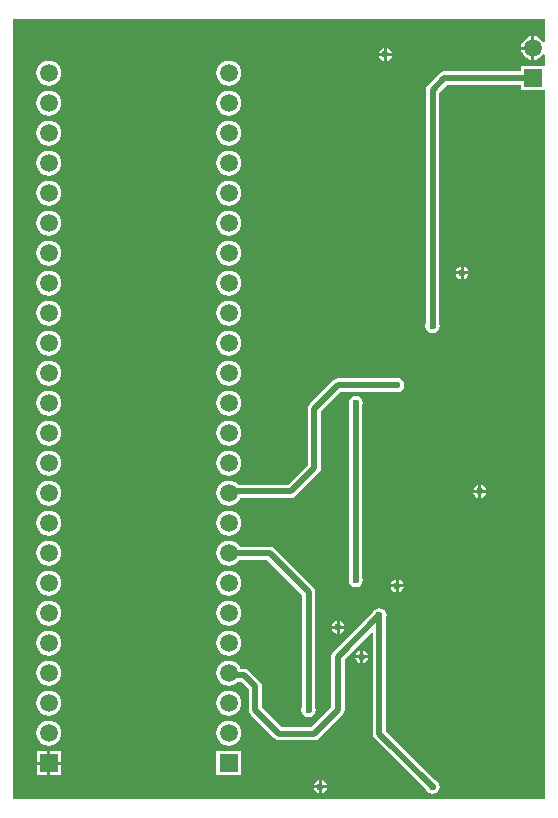
<source format=gbl>
G04*
G04 #@! TF.GenerationSoftware,Altium Limited,Altium Designer,20.0.12 (288)*
G04*
G04 Layer_Physical_Order=2*
G04 Layer_Color=16711680*
%FSLAX44Y44*%
%MOMM*%
G71*
G01*
G75*
%ADD35C,0.5000*%
%ADD36R,1.5000X1.5000*%
%ADD37C,1.5000*%
%ADD38C,0.6000*%
G36*
X470000Y660917D02*
X468857Y660504D01*
X468730Y660515D01*
X467161Y662561D01*
X465063Y664170D01*
X462621Y665182D01*
X461270Y665359D01*
Y655400D01*
Y645441D01*
X462621Y645618D01*
X465063Y646630D01*
X467161Y648239D01*
X468730Y650285D01*
X468857Y650296D01*
X470000Y649883D01*
Y640500D01*
X449500D01*
Y635608D01*
X385000D01*
X382854Y635181D01*
X381035Y633965D01*
X371035Y623965D01*
X369819Y622146D01*
X369392Y620000D01*
Y422407D01*
X369348Y422341D01*
X368882Y420000D01*
X369348Y417659D01*
X370674Y415674D01*
X372659Y414348D01*
X375000Y413882D01*
X377341Y414348D01*
X379326Y415674D01*
X380652Y417659D01*
X381118Y420000D01*
X380652Y422341D01*
X380608Y422407D01*
Y617677D01*
X387323Y624392D01*
X449500D01*
Y619500D01*
X470000D01*
Y20000D01*
X20000D01*
Y680000D01*
X470000D01*
Y660917D01*
D02*
G37*
%LPC*%
G36*
X458730Y665359D02*
X457379Y665182D01*
X454937Y664170D01*
X452839Y662561D01*
X451230Y660463D01*
X450218Y658021D01*
X450041Y656670D01*
X458730D01*
Y665359D01*
D02*
G37*
G36*
X336270Y655396D02*
Y651270D01*
X340396D01*
X340219Y652162D01*
X338994Y653994D01*
X337162Y655219D01*
X336270Y655396D01*
D02*
G37*
G36*
X333730D02*
X332838Y655219D01*
X331006Y653994D01*
X329781Y652162D01*
X329604Y651270D01*
X333730D01*
Y655396D01*
D02*
G37*
G36*
X458730Y654130D02*
X450041D01*
X450218Y652779D01*
X451230Y650337D01*
X452839Y648239D01*
X454937Y646630D01*
X457379Y645618D01*
X458730Y645441D01*
Y654130D01*
D02*
G37*
G36*
X340396Y648730D02*
X336270D01*
Y644604D01*
X337162Y644781D01*
X338994Y646006D01*
X340219Y647838D01*
X340396Y648730D01*
D02*
G37*
G36*
X333730D02*
X329604D01*
X329781Y647838D01*
X331006Y646006D01*
X332838Y644781D01*
X333730Y644604D01*
Y648730D01*
D02*
G37*
G36*
X202400Y644791D02*
X199659Y644430D01*
X197105Y643372D01*
X194911Y641689D01*
X193228Y639495D01*
X192170Y636941D01*
X191809Y634200D01*
X192170Y631459D01*
X193228Y628905D01*
X194911Y626711D01*
X197105Y625028D01*
X199659Y623970D01*
X202400Y623609D01*
X205141Y623970D01*
X207695Y625028D01*
X209889Y626711D01*
X211572Y628905D01*
X212630Y631459D01*
X212991Y634200D01*
X212630Y636941D01*
X211572Y639495D01*
X209889Y641689D01*
X207695Y643372D01*
X205141Y644430D01*
X202400Y644791D01*
D02*
G37*
G36*
X50000D02*
X47259Y644430D01*
X44705Y643372D01*
X42511Y641689D01*
X40828Y639495D01*
X39770Y636941D01*
X39409Y634200D01*
X39770Y631459D01*
X40828Y628905D01*
X42511Y626711D01*
X44705Y625028D01*
X47259Y623970D01*
X50000Y623609D01*
X52741Y623970D01*
X55295Y625028D01*
X57489Y626711D01*
X59172Y628905D01*
X60230Y631459D01*
X60591Y634200D01*
X60230Y636941D01*
X59172Y639495D01*
X57489Y641689D01*
X55295Y643372D01*
X52741Y644430D01*
X50000Y644791D01*
D02*
G37*
G36*
X202400Y619391D02*
X199659Y619030D01*
X197105Y617972D01*
X194911Y616289D01*
X193228Y614095D01*
X192170Y611541D01*
X191809Y608800D01*
X192170Y606059D01*
X193228Y603505D01*
X194911Y601311D01*
X197105Y599628D01*
X199659Y598570D01*
X202400Y598209D01*
X205141Y598570D01*
X207695Y599628D01*
X209889Y601311D01*
X211572Y603505D01*
X212630Y606059D01*
X212991Y608800D01*
X212630Y611541D01*
X211572Y614095D01*
X209889Y616289D01*
X207695Y617972D01*
X205141Y619030D01*
X202400Y619391D01*
D02*
G37*
G36*
X50000D02*
X47259Y619030D01*
X44705Y617972D01*
X42511Y616289D01*
X40828Y614095D01*
X39770Y611541D01*
X39409Y608800D01*
X39770Y606059D01*
X40828Y603505D01*
X42511Y601311D01*
X44705Y599628D01*
X47259Y598570D01*
X50000Y598209D01*
X52741Y598570D01*
X55295Y599628D01*
X57489Y601311D01*
X59172Y603505D01*
X60230Y606059D01*
X60591Y608800D01*
X60230Y611541D01*
X59172Y614095D01*
X57489Y616289D01*
X55295Y617972D01*
X52741Y619030D01*
X50000Y619391D01*
D02*
G37*
G36*
X202400Y593991D02*
X199659Y593630D01*
X197105Y592572D01*
X194911Y590889D01*
X193228Y588695D01*
X192170Y586141D01*
X191809Y583400D01*
X192170Y580659D01*
X193228Y578105D01*
X194911Y575911D01*
X197105Y574228D01*
X199659Y573170D01*
X202400Y572809D01*
X205141Y573170D01*
X207695Y574228D01*
X209889Y575911D01*
X211572Y578105D01*
X212630Y580659D01*
X212991Y583400D01*
X212630Y586141D01*
X211572Y588695D01*
X209889Y590889D01*
X207695Y592572D01*
X205141Y593630D01*
X202400Y593991D01*
D02*
G37*
G36*
X50000D02*
X47259Y593630D01*
X44705Y592572D01*
X42511Y590889D01*
X40828Y588695D01*
X39770Y586141D01*
X39409Y583400D01*
X39770Y580659D01*
X40828Y578105D01*
X42511Y575911D01*
X44705Y574228D01*
X47259Y573170D01*
X50000Y572809D01*
X52741Y573170D01*
X55295Y574228D01*
X57489Y575911D01*
X59172Y578105D01*
X60230Y580659D01*
X60591Y583400D01*
X60230Y586141D01*
X59172Y588695D01*
X57489Y590889D01*
X55295Y592572D01*
X52741Y593630D01*
X50000Y593991D01*
D02*
G37*
G36*
X202400Y568591D02*
X199659Y568230D01*
X197105Y567172D01*
X194911Y565489D01*
X193228Y563295D01*
X192170Y560741D01*
X191809Y558000D01*
X192170Y555259D01*
X193228Y552705D01*
X194911Y550511D01*
X197105Y548828D01*
X199659Y547770D01*
X202400Y547409D01*
X205141Y547770D01*
X207695Y548828D01*
X209889Y550511D01*
X211572Y552705D01*
X212630Y555259D01*
X212991Y558000D01*
X212630Y560741D01*
X211572Y563295D01*
X209889Y565489D01*
X207695Y567172D01*
X205141Y568230D01*
X202400Y568591D01*
D02*
G37*
G36*
X50000D02*
X47259Y568230D01*
X44705Y567172D01*
X42511Y565489D01*
X40828Y563295D01*
X39770Y560741D01*
X39409Y558000D01*
X39770Y555259D01*
X40828Y552705D01*
X42511Y550511D01*
X44705Y548828D01*
X47259Y547770D01*
X50000Y547409D01*
X52741Y547770D01*
X55295Y548828D01*
X57489Y550511D01*
X59172Y552705D01*
X60230Y555259D01*
X60591Y558000D01*
X60230Y560741D01*
X59172Y563295D01*
X57489Y565489D01*
X55295Y567172D01*
X52741Y568230D01*
X50000Y568591D01*
D02*
G37*
G36*
X202400Y543191D02*
X199659Y542830D01*
X197105Y541772D01*
X194911Y540089D01*
X193228Y537895D01*
X192170Y535341D01*
X191809Y532600D01*
X192170Y529859D01*
X193228Y527305D01*
X194911Y525111D01*
X197105Y523428D01*
X199659Y522370D01*
X202400Y522009D01*
X205141Y522370D01*
X207695Y523428D01*
X209889Y525111D01*
X211572Y527305D01*
X212630Y529859D01*
X212991Y532600D01*
X212630Y535341D01*
X211572Y537895D01*
X209889Y540089D01*
X207695Y541772D01*
X205141Y542830D01*
X202400Y543191D01*
D02*
G37*
G36*
X50000D02*
X47259Y542830D01*
X44705Y541772D01*
X42511Y540089D01*
X40828Y537895D01*
X39770Y535341D01*
X39409Y532600D01*
X39770Y529859D01*
X40828Y527305D01*
X42511Y525111D01*
X44705Y523428D01*
X47259Y522370D01*
X50000Y522009D01*
X52741Y522370D01*
X55295Y523428D01*
X57489Y525111D01*
X59172Y527305D01*
X60230Y529859D01*
X60591Y532600D01*
X60230Y535341D01*
X59172Y537895D01*
X57489Y540089D01*
X55295Y541772D01*
X52741Y542830D01*
X50000Y543191D01*
D02*
G37*
G36*
X202400Y517791D02*
X199659Y517430D01*
X197105Y516372D01*
X194911Y514689D01*
X193228Y512495D01*
X192170Y509941D01*
X191809Y507200D01*
X192170Y504459D01*
X193228Y501905D01*
X194911Y499711D01*
X197105Y498028D01*
X199659Y496970D01*
X202400Y496609D01*
X205141Y496970D01*
X207695Y498028D01*
X209889Y499711D01*
X211572Y501905D01*
X212630Y504459D01*
X212991Y507200D01*
X212630Y509941D01*
X211572Y512495D01*
X209889Y514689D01*
X207695Y516372D01*
X205141Y517430D01*
X202400Y517791D01*
D02*
G37*
G36*
X50000D02*
X47259Y517430D01*
X44705Y516372D01*
X42511Y514689D01*
X40828Y512495D01*
X39770Y509941D01*
X39409Y507200D01*
X39770Y504459D01*
X40828Y501905D01*
X42511Y499711D01*
X44705Y498028D01*
X47259Y496970D01*
X50000Y496609D01*
X52741Y496970D01*
X55295Y498028D01*
X57489Y499711D01*
X59172Y501905D01*
X60230Y504459D01*
X60591Y507200D01*
X60230Y509941D01*
X59172Y512495D01*
X57489Y514689D01*
X55295Y516372D01*
X52741Y517430D01*
X50000Y517791D01*
D02*
G37*
G36*
X202400Y492391D02*
X199659Y492030D01*
X197105Y490972D01*
X194911Y489289D01*
X193228Y487095D01*
X192170Y484541D01*
X191809Y481800D01*
X192170Y479059D01*
X193228Y476505D01*
X194911Y474311D01*
X197105Y472628D01*
X199659Y471570D01*
X202400Y471209D01*
X205141Y471570D01*
X207695Y472628D01*
X209889Y474311D01*
X211572Y476505D01*
X212630Y479059D01*
X212991Y481800D01*
X212630Y484541D01*
X211572Y487095D01*
X209889Y489289D01*
X207695Y490972D01*
X205141Y492030D01*
X202400Y492391D01*
D02*
G37*
G36*
X50000D02*
X47259Y492030D01*
X44705Y490972D01*
X42511Y489289D01*
X40828Y487095D01*
X39770Y484541D01*
X39409Y481800D01*
X39770Y479059D01*
X40828Y476505D01*
X42511Y474311D01*
X44705Y472628D01*
X47259Y471570D01*
X50000Y471209D01*
X52741Y471570D01*
X55295Y472628D01*
X57489Y474311D01*
X59172Y476505D01*
X60230Y479059D01*
X60591Y481800D01*
X60230Y484541D01*
X59172Y487095D01*
X57489Y489289D01*
X55295Y490972D01*
X52741Y492030D01*
X50000Y492391D01*
D02*
G37*
G36*
X401270Y470396D02*
Y466270D01*
X405396D01*
X405219Y467162D01*
X403994Y468994D01*
X402162Y470219D01*
X401270Y470396D01*
D02*
G37*
G36*
X398730D02*
X397838Y470219D01*
X396006Y468994D01*
X394781Y467162D01*
X394604Y466270D01*
X398730D01*
Y470396D01*
D02*
G37*
G36*
X405396Y463730D02*
X401270D01*
Y459604D01*
X402162Y459781D01*
X403994Y461006D01*
X405219Y462838D01*
X405396Y463730D01*
D02*
G37*
G36*
X398730D02*
X394604D01*
X394781Y462838D01*
X396006Y461006D01*
X397838Y459781D01*
X398730Y459604D01*
Y463730D01*
D02*
G37*
G36*
X202400Y466991D02*
X199659Y466630D01*
X197105Y465572D01*
X194911Y463889D01*
X193228Y461695D01*
X192170Y459141D01*
X191809Y456400D01*
X192170Y453659D01*
X193228Y451105D01*
X194911Y448911D01*
X197105Y447228D01*
X199659Y446170D01*
X202400Y445809D01*
X205141Y446170D01*
X207695Y447228D01*
X209889Y448911D01*
X211572Y451105D01*
X212630Y453659D01*
X212991Y456400D01*
X212630Y459141D01*
X211572Y461695D01*
X209889Y463889D01*
X207695Y465572D01*
X205141Y466630D01*
X202400Y466991D01*
D02*
G37*
G36*
X50000D02*
X47259Y466630D01*
X44705Y465572D01*
X42511Y463889D01*
X40828Y461695D01*
X39770Y459141D01*
X39409Y456400D01*
X39770Y453659D01*
X40828Y451105D01*
X42511Y448911D01*
X44705Y447228D01*
X47259Y446170D01*
X50000Y445809D01*
X52741Y446170D01*
X55295Y447228D01*
X57489Y448911D01*
X59172Y451105D01*
X60230Y453659D01*
X60591Y456400D01*
X60230Y459141D01*
X59172Y461695D01*
X57489Y463889D01*
X55295Y465572D01*
X52741Y466630D01*
X50000Y466991D01*
D02*
G37*
G36*
X202400Y441591D02*
X199659Y441230D01*
X197105Y440172D01*
X194911Y438489D01*
X193228Y436295D01*
X192170Y433741D01*
X191809Y431000D01*
X192170Y428259D01*
X193228Y425705D01*
X194911Y423511D01*
X197105Y421828D01*
X199659Y420770D01*
X202400Y420409D01*
X205141Y420770D01*
X207695Y421828D01*
X209889Y423511D01*
X211572Y425705D01*
X212630Y428259D01*
X212991Y431000D01*
X212630Y433741D01*
X211572Y436295D01*
X209889Y438489D01*
X207695Y440172D01*
X205141Y441230D01*
X202400Y441591D01*
D02*
G37*
G36*
X50000D02*
X47259Y441230D01*
X44705Y440172D01*
X42511Y438489D01*
X40828Y436295D01*
X39770Y433741D01*
X39409Y431000D01*
X39770Y428259D01*
X40828Y425705D01*
X42511Y423511D01*
X44705Y421828D01*
X47259Y420770D01*
X50000Y420409D01*
X52741Y420770D01*
X55295Y421828D01*
X57489Y423511D01*
X59172Y425705D01*
X60230Y428259D01*
X60591Y431000D01*
X60230Y433741D01*
X59172Y436295D01*
X57489Y438489D01*
X55295Y440172D01*
X52741Y441230D01*
X50000Y441591D01*
D02*
G37*
G36*
X202400Y416191D02*
X199659Y415830D01*
X197105Y414772D01*
X194911Y413089D01*
X193228Y410895D01*
X192170Y408341D01*
X191809Y405600D01*
X192170Y402859D01*
X193228Y400305D01*
X194911Y398111D01*
X197105Y396428D01*
X199659Y395370D01*
X202400Y395009D01*
X205141Y395370D01*
X207695Y396428D01*
X209889Y398111D01*
X211572Y400305D01*
X212630Y402859D01*
X212991Y405600D01*
X212630Y408341D01*
X211572Y410895D01*
X209889Y413089D01*
X207695Y414772D01*
X205141Y415830D01*
X202400Y416191D01*
D02*
G37*
G36*
X50000D02*
X47259Y415830D01*
X44705Y414772D01*
X42511Y413089D01*
X40828Y410895D01*
X39770Y408341D01*
X39409Y405600D01*
X39770Y402859D01*
X40828Y400305D01*
X42511Y398111D01*
X44705Y396428D01*
X47259Y395370D01*
X50000Y395009D01*
X52741Y395370D01*
X55295Y396428D01*
X57489Y398111D01*
X59172Y400305D01*
X60230Y402859D01*
X60591Y405600D01*
X60230Y408341D01*
X59172Y410895D01*
X57489Y413089D01*
X55295Y414772D01*
X52741Y415830D01*
X50000Y416191D01*
D02*
G37*
G36*
X202400Y390791D02*
X199659Y390430D01*
X197105Y389372D01*
X194911Y387689D01*
X193228Y385495D01*
X192170Y382941D01*
X191809Y380200D01*
X192170Y377459D01*
X193228Y374905D01*
X194911Y372711D01*
X197105Y371028D01*
X199659Y369970D01*
X202400Y369609D01*
X205141Y369970D01*
X207695Y371028D01*
X209889Y372711D01*
X211572Y374905D01*
X212630Y377459D01*
X212991Y380200D01*
X212630Y382941D01*
X211572Y385495D01*
X209889Y387689D01*
X207695Y389372D01*
X205141Y390430D01*
X202400Y390791D01*
D02*
G37*
G36*
X50000D02*
X47259Y390430D01*
X44705Y389372D01*
X42511Y387689D01*
X40828Y385495D01*
X39770Y382941D01*
X39409Y380200D01*
X39770Y377459D01*
X40828Y374905D01*
X42511Y372711D01*
X44705Y371028D01*
X47259Y369970D01*
X50000Y369609D01*
X52741Y369970D01*
X55295Y371028D01*
X57489Y372711D01*
X59172Y374905D01*
X60230Y377459D01*
X60591Y380200D01*
X60230Y382941D01*
X59172Y385495D01*
X57489Y387689D01*
X55295Y389372D01*
X52741Y390430D01*
X50000Y390791D01*
D02*
G37*
G36*
X345000Y376118D02*
X342659Y375652D01*
X342593Y375608D01*
X295000D01*
X292854Y375181D01*
X291035Y373965D01*
X271035Y353965D01*
X269819Y352146D01*
X269392Y350000D01*
Y302323D01*
X252677Y285608D01*
X210258D01*
X209889Y286089D01*
X207695Y287772D01*
X205141Y288830D01*
X202400Y289191D01*
X199659Y288830D01*
X197105Y287772D01*
X194911Y286089D01*
X193228Y283895D01*
X192170Y281341D01*
X191809Y278600D01*
X192170Y275859D01*
X193228Y273305D01*
X194911Y271111D01*
X197105Y269428D01*
X199659Y268370D01*
X202400Y268009D01*
X205141Y268370D01*
X207695Y269428D01*
X209889Y271111D01*
X211572Y273305D01*
X212022Y274392D01*
X255000D01*
X257146Y274819D01*
X258965Y276035D01*
X278965Y296035D01*
X280181Y297854D01*
X280608Y300000D01*
Y347677D01*
X297323Y364392D01*
X342593D01*
X342659Y364348D01*
X345000Y363882D01*
X347341Y364348D01*
X349326Y365674D01*
X350652Y367659D01*
X351118Y370000D01*
X350652Y372341D01*
X349326Y374326D01*
X347341Y375652D01*
X345000Y376118D01*
D02*
G37*
G36*
X202400Y365391D02*
X199659Y365030D01*
X197105Y363972D01*
X194911Y362289D01*
X193228Y360095D01*
X192170Y357541D01*
X191809Y354800D01*
X192170Y352059D01*
X193228Y349505D01*
X194911Y347311D01*
X197105Y345628D01*
X199659Y344570D01*
X202400Y344209D01*
X205141Y344570D01*
X207695Y345628D01*
X209889Y347311D01*
X211572Y349505D01*
X212630Y352059D01*
X212991Y354800D01*
X212630Y357541D01*
X211572Y360095D01*
X209889Y362289D01*
X207695Y363972D01*
X205141Y365030D01*
X202400Y365391D01*
D02*
G37*
G36*
X50000D02*
X47259Y365030D01*
X44705Y363972D01*
X42511Y362289D01*
X40828Y360095D01*
X39770Y357541D01*
X39409Y354800D01*
X39770Y352059D01*
X40828Y349505D01*
X42511Y347311D01*
X44705Y345628D01*
X47259Y344570D01*
X50000Y344209D01*
X52741Y344570D01*
X55295Y345628D01*
X57489Y347311D01*
X59172Y349505D01*
X60230Y352059D01*
X60591Y354800D01*
X60230Y357541D01*
X59172Y360095D01*
X57489Y362289D01*
X55295Y363972D01*
X52741Y365030D01*
X50000Y365391D01*
D02*
G37*
G36*
X202400Y339991D02*
X199659Y339630D01*
X197105Y338572D01*
X194911Y336889D01*
X193228Y334695D01*
X192170Y332141D01*
X191809Y329400D01*
X192170Y326659D01*
X193228Y324105D01*
X194911Y321911D01*
X197105Y320228D01*
X199659Y319170D01*
X202400Y318809D01*
X205141Y319170D01*
X207695Y320228D01*
X209889Y321911D01*
X211572Y324105D01*
X212630Y326659D01*
X212991Y329400D01*
X212630Y332141D01*
X211572Y334695D01*
X209889Y336889D01*
X207695Y338572D01*
X205141Y339630D01*
X202400Y339991D01*
D02*
G37*
G36*
X50000D02*
X47259Y339630D01*
X44705Y338572D01*
X42511Y336889D01*
X40828Y334695D01*
X39770Y332141D01*
X39409Y329400D01*
X39770Y326659D01*
X40828Y324105D01*
X42511Y321911D01*
X44705Y320228D01*
X47259Y319170D01*
X50000Y318809D01*
X52741Y319170D01*
X55295Y320228D01*
X57489Y321911D01*
X59172Y324105D01*
X60230Y326659D01*
X60591Y329400D01*
X60230Y332141D01*
X59172Y334695D01*
X57489Y336889D01*
X55295Y338572D01*
X52741Y339630D01*
X50000Y339991D01*
D02*
G37*
G36*
X202400Y314591D02*
X199659Y314230D01*
X197105Y313172D01*
X194911Y311489D01*
X193228Y309295D01*
X192170Y306741D01*
X191809Y304000D01*
X192170Y301259D01*
X193228Y298705D01*
X194911Y296511D01*
X197105Y294828D01*
X199659Y293770D01*
X202400Y293409D01*
X205141Y293770D01*
X207695Y294828D01*
X209889Y296511D01*
X211572Y298705D01*
X212630Y301259D01*
X212991Y304000D01*
X212630Y306741D01*
X211572Y309295D01*
X209889Y311489D01*
X207695Y313172D01*
X205141Y314230D01*
X202400Y314591D01*
D02*
G37*
G36*
X50000D02*
X47259Y314230D01*
X44705Y313172D01*
X42511Y311489D01*
X40828Y309295D01*
X39770Y306741D01*
X39409Y304000D01*
X39770Y301259D01*
X40828Y298705D01*
X42511Y296511D01*
X44705Y294828D01*
X47259Y293770D01*
X50000Y293409D01*
X52741Y293770D01*
X55295Y294828D01*
X57489Y296511D01*
X59172Y298705D01*
X60230Y301259D01*
X60591Y304000D01*
X60230Y306741D01*
X59172Y309295D01*
X57489Y311489D01*
X55295Y313172D01*
X52741Y314230D01*
X50000Y314591D01*
D02*
G37*
G36*
X416270Y285396D02*
Y281270D01*
X420396D01*
X420219Y282162D01*
X418994Y283994D01*
X417162Y285219D01*
X416270Y285396D01*
D02*
G37*
G36*
X413730D02*
X412838Y285219D01*
X411006Y283994D01*
X409781Y282162D01*
X409604Y281270D01*
X413730D01*
Y285396D01*
D02*
G37*
G36*
X420396Y278730D02*
X416270D01*
Y274604D01*
X417162Y274781D01*
X418994Y276006D01*
X420219Y277838D01*
X420396Y278730D01*
D02*
G37*
G36*
X413730D02*
X409604D01*
X409781Y277838D01*
X411006Y276006D01*
X412838Y274781D01*
X413730Y274604D01*
Y278730D01*
D02*
G37*
G36*
X50000Y289191D02*
X47259Y288830D01*
X44705Y287772D01*
X42511Y286089D01*
X40828Y283895D01*
X39770Y281341D01*
X39409Y278600D01*
X39770Y275859D01*
X40828Y273305D01*
X42511Y271111D01*
X44705Y269428D01*
X47259Y268370D01*
X50000Y268009D01*
X52741Y268370D01*
X55295Y269428D01*
X57489Y271111D01*
X59172Y273305D01*
X60230Y275859D01*
X60591Y278600D01*
X60230Y281341D01*
X59172Y283895D01*
X57489Y286089D01*
X55295Y287772D01*
X52741Y288830D01*
X50000Y289191D01*
D02*
G37*
G36*
X202400Y263791D02*
X199659Y263430D01*
X197105Y262372D01*
X194911Y260689D01*
X193228Y258495D01*
X192170Y255941D01*
X191809Y253200D01*
X192170Y250459D01*
X193228Y247905D01*
X194911Y245711D01*
X197105Y244028D01*
X199659Y242970D01*
X202400Y242609D01*
X205141Y242970D01*
X207695Y244028D01*
X209889Y245711D01*
X211572Y247905D01*
X212630Y250459D01*
X212991Y253200D01*
X212630Y255941D01*
X211572Y258495D01*
X209889Y260689D01*
X207695Y262372D01*
X205141Y263430D01*
X202400Y263791D01*
D02*
G37*
G36*
X50000D02*
X47259Y263430D01*
X44705Y262372D01*
X42511Y260689D01*
X40828Y258495D01*
X39770Y255941D01*
X39409Y253200D01*
X39770Y250459D01*
X40828Y247905D01*
X42511Y245711D01*
X44705Y244028D01*
X47259Y242970D01*
X50000Y242609D01*
X52741Y242970D01*
X55295Y244028D01*
X57489Y245711D01*
X59172Y247905D01*
X60230Y250459D01*
X60591Y253200D01*
X60230Y255941D01*
X59172Y258495D01*
X57489Y260689D01*
X55295Y262372D01*
X52741Y263430D01*
X50000Y263791D01*
D02*
G37*
G36*
Y238391D02*
X47259Y238030D01*
X44705Y236972D01*
X42511Y235289D01*
X40828Y233095D01*
X39770Y230541D01*
X39409Y227800D01*
X39770Y225059D01*
X40828Y222505D01*
X42511Y220311D01*
X44705Y218628D01*
X47259Y217570D01*
X50000Y217209D01*
X52741Y217570D01*
X55295Y218628D01*
X57489Y220311D01*
X59172Y222505D01*
X60230Y225059D01*
X60591Y227800D01*
X60230Y230541D01*
X59172Y233095D01*
X57489Y235289D01*
X55295Y236972D01*
X52741Y238030D01*
X50000Y238391D01*
D02*
G37*
G36*
X346270Y205396D02*
Y201270D01*
X350396D01*
X350219Y202162D01*
X348994Y203994D01*
X347162Y205219D01*
X346270Y205396D01*
D02*
G37*
G36*
X343730D02*
X342838Y205219D01*
X341006Y203994D01*
X339781Y202162D01*
X339604Y201270D01*
X343730D01*
Y205396D01*
D02*
G37*
G36*
X310000Y361118D02*
X307659Y360652D01*
X305674Y359326D01*
X304348Y357341D01*
X303883Y355000D01*
X304348Y352659D01*
X304392Y352593D01*
Y207407D01*
X304348Y207341D01*
X303883Y205000D01*
X304348Y202659D01*
X305674Y200674D01*
X307659Y199348D01*
X310000Y198883D01*
X312341Y199348D01*
X314326Y200674D01*
X315652Y202659D01*
X316117Y205000D01*
X315652Y207341D01*
X315608Y207407D01*
Y352593D01*
X315652Y352659D01*
X316117Y355000D01*
X315652Y357341D01*
X314326Y359326D01*
X312341Y360652D01*
X310000Y361118D01*
D02*
G37*
G36*
X350396Y198730D02*
X346270D01*
Y194604D01*
X347162Y194781D01*
X348994Y196006D01*
X350219Y197838D01*
X350396Y198730D01*
D02*
G37*
G36*
X343730D02*
X339604D01*
X339781Y197838D01*
X341006Y196006D01*
X342838Y194781D01*
X343730Y194604D01*
Y198730D01*
D02*
G37*
G36*
X202400Y212991D02*
X199659Y212630D01*
X197105Y211572D01*
X194911Y209889D01*
X193228Y207695D01*
X192170Y205141D01*
X191809Y202400D01*
X192170Y199659D01*
X193228Y197105D01*
X194911Y194911D01*
X197105Y193228D01*
X199659Y192170D01*
X202400Y191809D01*
X205141Y192170D01*
X207695Y193228D01*
X209889Y194911D01*
X211572Y197105D01*
X212630Y199659D01*
X212991Y202400D01*
X212630Y205141D01*
X211572Y207695D01*
X209889Y209889D01*
X207695Y211572D01*
X205141Y212630D01*
X202400Y212991D01*
D02*
G37*
G36*
X50000D02*
X47259Y212630D01*
X44705Y211572D01*
X42511Y209889D01*
X40828Y207695D01*
X39770Y205141D01*
X39409Y202400D01*
X39770Y199659D01*
X40828Y197105D01*
X42511Y194911D01*
X44705Y193228D01*
X47259Y192170D01*
X50000Y191809D01*
X52741Y192170D01*
X55295Y193228D01*
X57489Y194911D01*
X59172Y197105D01*
X60230Y199659D01*
X60591Y202400D01*
X60230Y205141D01*
X59172Y207695D01*
X57489Y209889D01*
X55295Y211572D01*
X52741Y212630D01*
X50000Y212991D01*
D02*
G37*
G36*
X202400Y187591D02*
X199659Y187230D01*
X197105Y186172D01*
X194911Y184489D01*
X193228Y182295D01*
X192170Y179741D01*
X191809Y177000D01*
X192170Y174259D01*
X193228Y171705D01*
X194911Y169511D01*
X197105Y167828D01*
X199659Y166770D01*
X202400Y166409D01*
X205141Y166770D01*
X207695Y167828D01*
X209889Y169511D01*
X211572Y171705D01*
X212630Y174259D01*
X212991Y177000D01*
X212630Y179741D01*
X211572Y182295D01*
X209889Y184489D01*
X207695Y186172D01*
X205141Y187230D01*
X202400Y187591D01*
D02*
G37*
G36*
X50000D02*
X47259Y187230D01*
X44705Y186172D01*
X42511Y184489D01*
X40828Y182295D01*
X39770Y179741D01*
X39409Y177000D01*
X39770Y174259D01*
X40828Y171705D01*
X42511Y169511D01*
X44705Y167828D01*
X47259Y166770D01*
X50000Y166409D01*
X52741Y166770D01*
X55295Y167828D01*
X57489Y169511D01*
X59172Y171705D01*
X60230Y174259D01*
X60591Y177000D01*
X60230Y179741D01*
X59172Y182295D01*
X57489Y184489D01*
X55295Y186172D01*
X52741Y187230D01*
X50000Y187591D01*
D02*
G37*
G36*
X296270Y170396D02*
Y166270D01*
X300396D01*
X300219Y167162D01*
X298994Y168994D01*
X297162Y170219D01*
X296270Y170396D01*
D02*
G37*
G36*
X293730D02*
X292838Y170219D01*
X291006Y168994D01*
X289781Y167162D01*
X289604Y166270D01*
X293730D01*
Y170396D01*
D02*
G37*
G36*
X300396Y163730D02*
X296270D01*
Y159604D01*
X297162Y159781D01*
X298994Y161006D01*
X300219Y162838D01*
X300396Y163730D01*
D02*
G37*
G36*
X293730D02*
X289604D01*
X289781Y162838D01*
X291006Y161006D01*
X292838Y159781D01*
X293730Y159604D01*
Y163730D01*
D02*
G37*
G36*
X316270Y145396D02*
Y141270D01*
X320396D01*
X320219Y142162D01*
X318994Y143994D01*
X317162Y145219D01*
X316270Y145396D01*
D02*
G37*
G36*
X313730D02*
X312838Y145219D01*
X311006Y143994D01*
X309781Y142162D01*
X309604Y141270D01*
X313730D01*
Y145396D01*
D02*
G37*
G36*
X202400Y162191D02*
X199659Y161830D01*
X197105Y160772D01*
X194911Y159089D01*
X193228Y156895D01*
X192170Y154341D01*
X191809Y151600D01*
X192170Y148859D01*
X193228Y146305D01*
X194911Y144111D01*
X197105Y142428D01*
X199659Y141370D01*
X202400Y141009D01*
X205141Y141370D01*
X207695Y142428D01*
X209889Y144111D01*
X211572Y146305D01*
X212630Y148859D01*
X212991Y151600D01*
X212630Y154341D01*
X211572Y156895D01*
X209889Y159089D01*
X207695Y160772D01*
X205141Y161830D01*
X202400Y162191D01*
D02*
G37*
G36*
X50000D02*
X47259Y161830D01*
X44705Y160772D01*
X42511Y159089D01*
X40828Y156895D01*
X39770Y154341D01*
X39409Y151600D01*
X39770Y148859D01*
X40828Y146305D01*
X42511Y144111D01*
X44705Y142428D01*
X47259Y141370D01*
X50000Y141009D01*
X52741Y141370D01*
X55295Y142428D01*
X57489Y144111D01*
X59172Y146305D01*
X60230Y148859D01*
X60591Y151600D01*
X60230Y154341D01*
X59172Y156895D01*
X57489Y159089D01*
X55295Y160772D01*
X52741Y161830D01*
X50000Y162191D01*
D02*
G37*
G36*
X320396Y138730D02*
X316270D01*
Y134604D01*
X317162Y134781D01*
X318994Y136006D01*
X320219Y137838D01*
X320396Y138730D01*
D02*
G37*
G36*
X313730D02*
X309604D01*
X309781Y137838D01*
X311006Y136006D01*
X312838Y134781D01*
X313730Y134604D01*
Y138730D01*
D02*
G37*
G36*
X50000Y136791D02*
X47259Y136430D01*
X44705Y135372D01*
X42511Y133689D01*
X40828Y131495D01*
X39770Y128941D01*
X39409Y126200D01*
X39770Y123459D01*
X40828Y120905D01*
X42511Y118711D01*
X44705Y117028D01*
X47259Y115970D01*
X50000Y115609D01*
X52741Y115970D01*
X55295Y117028D01*
X57489Y118711D01*
X59172Y120905D01*
X60230Y123459D01*
X60591Y126200D01*
X60230Y128941D01*
X59172Y131495D01*
X57489Y133689D01*
X55295Y135372D01*
X52741Y136430D01*
X50000Y136791D01*
D02*
G37*
G36*
X202400Y111391D02*
X199659Y111030D01*
X197105Y109972D01*
X194911Y108289D01*
X193228Y106095D01*
X192170Y103541D01*
X191809Y100800D01*
X192170Y98059D01*
X193228Y95505D01*
X194911Y93311D01*
X197105Y91628D01*
X199659Y90570D01*
X202400Y90209D01*
X205141Y90570D01*
X207695Y91628D01*
X209889Y93311D01*
X211572Y95505D01*
X212630Y98059D01*
X212991Y100800D01*
X212630Y103541D01*
X211572Y106095D01*
X209889Y108289D01*
X207695Y109972D01*
X205141Y111030D01*
X202400Y111391D01*
D02*
G37*
G36*
X50000D02*
X47259Y111030D01*
X44705Y109972D01*
X42511Y108289D01*
X40828Y106095D01*
X39770Y103541D01*
X39409Y100800D01*
X39770Y98059D01*
X40828Y95505D01*
X42511Y93311D01*
X44705Y91628D01*
X47259Y90570D01*
X50000Y90209D01*
X52741Y90570D01*
X55295Y91628D01*
X57489Y93311D01*
X59172Y95505D01*
X60230Y98059D01*
X60591Y100800D01*
X60230Y103541D01*
X59172Y106095D01*
X57489Y108289D01*
X55295Y109972D01*
X52741Y111030D01*
X50000Y111391D01*
D02*
G37*
G36*
X202400Y238391D02*
X199659Y238030D01*
X197105Y236972D01*
X194911Y235289D01*
X193228Y233095D01*
X192170Y230541D01*
X191809Y227800D01*
X192170Y225059D01*
X193228Y222505D01*
X194911Y220311D01*
X197105Y218628D01*
X199659Y217570D01*
X202400Y217209D01*
X205141Y217570D01*
X207695Y218628D01*
X209889Y220311D01*
X211102Y221892D01*
X235177D01*
X264392Y192677D01*
Y97407D01*
X264348Y97341D01*
X263883Y95000D01*
X264348Y92659D01*
X265674Y90674D01*
X267659Y89348D01*
X270000Y88882D01*
X272341Y89348D01*
X274326Y90674D01*
X275652Y92659D01*
X276117Y95000D01*
X275652Y97341D01*
X275608Y97407D01*
Y195000D01*
X275181Y197146D01*
X273965Y198965D01*
X241465Y231465D01*
X239646Y232681D01*
X237500Y233108D01*
X211562D01*
X209889Y235289D01*
X207695Y236972D01*
X205141Y238030D01*
X202400Y238391D01*
D02*
G37*
G36*
Y85991D02*
X199659Y85630D01*
X197105Y84572D01*
X194911Y82889D01*
X193228Y80695D01*
X192170Y78141D01*
X191809Y75400D01*
X192170Y72659D01*
X193228Y70105D01*
X194911Y67911D01*
X197105Y66228D01*
X199659Y65170D01*
X202400Y64809D01*
X205141Y65170D01*
X207695Y66228D01*
X209889Y67911D01*
X211572Y70105D01*
X212630Y72659D01*
X212991Y75400D01*
X212630Y78141D01*
X211572Y80695D01*
X209889Y82889D01*
X207695Y84572D01*
X205141Y85630D01*
X202400Y85991D01*
D02*
G37*
G36*
X50000D02*
X47259Y85630D01*
X44705Y84572D01*
X42511Y82889D01*
X40828Y80695D01*
X39770Y78141D01*
X39409Y75400D01*
X39770Y72659D01*
X40828Y70105D01*
X42511Y67911D01*
X44705Y66228D01*
X47259Y65170D01*
X50000Y64809D01*
X52741Y65170D01*
X55295Y66228D01*
X57489Y67911D01*
X59172Y70105D01*
X60230Y72659D01*
X60591Y75400D01*
X60230Y78141D01*
X59172Y80695D01*
X57489Y82889D01*
X55295Y84572D01*
X52741Y85630D01*
X50000Y85991D01*
D02*
G37*
G36*
X60040Y60040D02*
X51270D01*
Y51270D01*
X60040D01*
Y60040D01*
D02*
G37*
G36*
X48730D02*
X39960D01*
Y51270D01*
X48730D01*
Y60040D01*
D02*
G37*
G36*
X60040Y48730D02*
X51270D01*
Y39960D01*
X60040D01*
Y48730D01*
D02*
G37*
G36*
X48730D02*
X39960D01*
Y39960D01*
X48730D01*
Y48730D01*
D02*
G37*
G36*
X212900Y60500D02*
X191900D01*
Y39500D01*
X212900D01*
Y60500D01*
D02*
G37*
G36*
X281270Y35553D02*
Y31428D01*
X285396D01*
X285219Y32319D01*
X283994Y34152D01*
X282162Y35376D01*
X281270Y35553D01*
D02*
G37*
G36*
X278730D02*
X277838Y35376D01*
X276006Y34152D01*
X274781Y32319D01*
X274604Y31428D01*
X278730D01*
Y35553D01*
D02*
G37*
G36*
X285396Y28888D02*
X281270D01*
Y24762D01*
X282162Y24939D01*
X283994Y26163D01*
X285219Y27996D01*
X285396Y28888D01*
D02*
G37*
G36*
X278730D02*
X274604D01*
X274781Y27996D01*
X276006Y26163D01*
X277838Y24939D01*
X278730Y24762D01*
Y28888D01*
D02*
G37*
G36*
X330000Y181117D02*
X327659Y180652D01*
X325674Y179326D01*
X324348Y177341D01*
X324333Y177263D01*
X291035Y143965D01*
X289819Y142146D01*
X289392Y140000D01*
Y97323D01*
X272677Y80608D01*
X247323D01*
X230608Y97323D01*
Y115000D01*
X230181Y117146D01*
X228965Y118965D01*
X219679Y128252D01*
X217859Y129467D01*
X215713Y129894D01*
X212235D01*
X211572Y131495D01*
X209889Y133689D01*
X207695Y135372D01*
X205141Y136430D01*
X202400Y136791D01*
X199659Y136430D01*
X197105Y135372D01*
X194911Y133689D01*
X193228Y131495D01*
X192170Y128941D01*
X191809Y126200D01*
X192170Y123459D01*
X193228Y120905D01*
X194911Y118711D01*
X197105Y117028D01*
X199659Y115970D01*
X202400Y115609D01*
X205141Y115970D01*
X207695Y117028D01*
X209846Y118679D01*
X213391D01*
X219392Y112677D01*
Y95000D01*
X219819Y92854D01*
X221035Y91035D01*
X241035Y71035D01*
X242854Y69819D01*
X245000Y69392D01*
X275000D01*
X277146Y69819D01*
X278965Y71035D01*
X298965Y91035D01*
X300181Y92854D01*
X300608Y95000D01*
Y137677D01*
X323219Y160288D01*
X324392Y159802D01*
Y75000D01*
X324819Y72854D01*
X326035Y71035D01*
X369333Y27737D01*
X369348Y27659D01*
X370674Y25674D01*
X372659Y24348D01*
X375000Y23883D01*
X377341Y24348D01*
X379326Y25674D01*
X380652Y27659D01*
X381118Y30000D01*
X380652Y32341D01*
X379326Y34326D01*
X377341Y35652D01*
X377263Y35667D01*
X335608Y77323D01*
Y172593D01*
X335652Y172659D01*
X336118Y175000D01*
X335652Y177341D01*
X334326Y179326D01*
X332341Y180652D01*
X330000Y181117D01*
D02*
G37*
%LPD*%
D35*
Y75000D02*
X375000Y30000D01*
X330000Y75000D02*
Y175000D01*
X202400Y278600D02*
X203800Y280000D01*
X255000D01*
X275000Y300000D02*
Y350000D01*
X255000Y280000D02*
X275000Y300000D01*
X295000Y370000D02*
X345000D01*
X275000Y350000D02*
X295000Y370000D01*
X202400Y126200D02*
X204313Y124287D01*
X215713D01*
X225000Y115000D01*
Y95000D02*
Y115000D01*
X245000Y75000D02*
X275000D01*
X225000Y95000D02*
X245000Y75000D01*
X295000Y95000D02*
Y140000D01*
X275000Y75000D02*
X295000Y95000D01*
Y140000D02*
X330000Y175000D01*
X202700Y227500D02*
X237500D01*
X270000Y95000D02*
Y195000D01*
X237500Y227500D02*
X270000Y195000D01*
X310000Y205000D02*
Y355000D01*
X385000Y630000D02*
X460000D01*
X375000Y420000D02*
Y620000D01*
X385000Y630000D01*
X202400Y227800D02*
X202700Y227500D01*
D36*
X460000Y630000D02*
D03*
X202400Y50000D02*
D03*
X50000D02*
D03*
D37*
X460000Y655400D02*
D03*
X202400Y634200D02*
D03*
Y608800D02*
D03*
Y583400D02*
D03*
Y558000D02*
D03*
Y532600D02*
D03*
Y507200D02*
D03*
Y481800D02*
D03*
Y456400D02*
D03*
Y431000D02*
D03*
Y405600D02*
D03*
Y380200D02*
D03*
Y354800D02*
D03*
Y329400D02*
D03*
Y304000D02*
D03*
Y278600D02*
D03*
Y253200D02*
D03*
Y227800D02*
D03*
Y202400D02*
D03*
Y177000D02*
D03*
Y151600D02*
D03*
Y126200D02*
D03*
Y100800D02*
D03*
Y75400D02*
D03*
X50000Y634200D02*
D03*
Y608800D02*
D03*
Y583400D02*
D03*
Y558000D02*
D03*
Y532600D02*
D03*
Y507200D02*
D03*
Y481800D02*
D03*
Y456400D02*
D03*
Y431000D02*
D03*
Y405600D02*
D03*
Y380200D02*
D03*
Y354800D02*
D03*
Y329400D02*
D03*
Y304000D02*
D03*
Y278600D02*
D03*
Y253200D02*
D03*
Y227800D02*
D03*
Y202400D02*
D03*
Y177000D02*
D03*
Y151600D02*
D03*
Y126200D02*
D03*
Y100800D02*
D03*
Y75400D02*
D03*
D38*
X375000Y30000D02*
D03*
X345000Y370000D02*
D03*
X295000Y165000D02*
D03*
X330000Y175000D02*
D03*
X335000Y650000D02*
D03*
X280000Y30157D02*
D03*
X345000Y200000D02*
D03*
X310000Y355000D02*
D03*
Y205000D02*
D03*
X315000Y140000D02*
D03*
X415000Y280000D02*
D03*
X400000Y465000D02*
D03*
X375000Y420000D02*
D03*
X270000Y95000D02*
D03*
M02*

</source>
